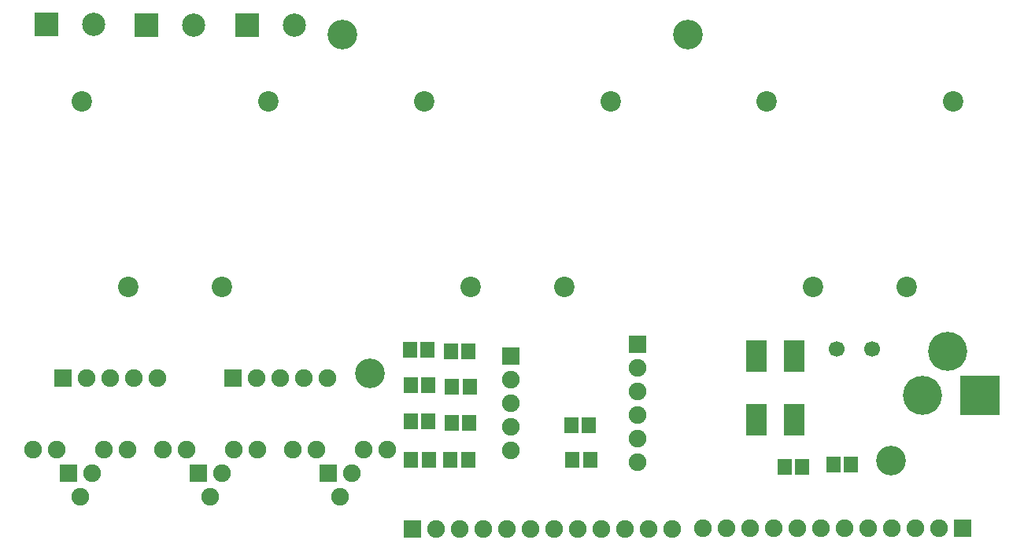
<source format=gts>
G04 DipTrace 2.4.0.2*
%INTopMask.gts*%
%MOIN*%
%ADD22C,0.0669*%
%ADD35C,0.126*%
%ADD45R,0.0866X0.1339*%
%ADD47R,0.1654X0.1654*%
%ADD49C,0.1654*%
%ADD57C,0.0748*%
%ADD60C,0.0748*%
%ADD62R,0.0748X0.0748*%
%ADD64R,0.0591X0.0669*%
%ADD66C,0.0984*%
%ADD68R,0.0984X0.0984*%
%ADD70C,0.0866*%
%FSLAX44Y44*%
G04*
G70*
G90*
G75*
G01*
%LNTopMask*%
%LPD*%
D35*
X32437Y25562D3*
D70*
X8749Y14875D3*
X12687D3*
X6781Y22737D3*
X14656D3*
X23249Y14875D3*
X27187D3*
X21281Y22737D3*
X29156D3*
X37749Y14875D3*
X41687D3*
X35781Y22737D3*
X43656D3*
D68*
X5259Y25988D3*
D66*
X7259D3*
D68*
X9516Y25967D3*
D66*
X11516D3*
D68*
X13774Y25968D3*
D66*
X15774D3*
D35*
X17812Y25562D3*
D62*
X5957Y11015D3*
D60*
X6957D3*
X7957D3*
X8957D3*
X9957D3*
D62*
X13157Y11006D3*
D60*
X14157D3*
X15157D3*
X16157D3*
X17157D3*
D62*
X6207Y6981D3*
D60*
X7207D3*
D62*
X11707D3*
D60*
X12707D3*
D62*
X17207D3*
D60*
X18207D3*
D57*
X4707Y7981D3*
X5707D3*
X6707Y5981D3*
X7707Y7981D3*
X8707D3*
X10207D3*
X11207D3*
X12207Y5981D3*
X13207Y7981D3*
X14207D3*
X15707D3*
X16707D3*
X17707Y5981D3*
X18707Y7981D3*
X19707D3*
D49*
X43423Y12132D3*
X42360Y10282D3*
D47*
X44801D3*
D64*
X36534Y7253D3*
X37282D3*
D62*
X30304Y12421D3*
D60*
Y11421D3*
Y10421D3*
Y9421D3*
Y8421D3*
Y7421D3*
D45*
X36918Y9252D3*
Y11929D3*
X35343Y9252D3*
Y11929D3*
D22*
X38720Y12237D3*
X40220D3*
D64*
X38585Y7329D3*
X39333D3*
D62*
X20756Y4601D3*
D60*
X21756D3*
X22756D3*
X23756D3*
X24756D3*
X25756D3*
X26756D3*
X27756D3*
X28756D3*
X29756D3*
X30756D3*
X31756D3*
D62*
X44063Y4636D3*
D60*
X43063D3*
X42063D3*
X41063D3*
X40063D3*
X39063D3*
X38063D3*
X37063D3*
X36063D3*
X35063D3*
X34063D3*
X33063D3*
D64*
X20659Y12207D3*
X21407D3*
X20699Y10708D3*
X21447D3*
X20685Y9160D3*
X21433D3*
X22400Y12142D3*
X23148D3*
X22440Y10643D3*
X23188D3*
X22426Y9095D3*
X23174D3*
X22377Y7535D3*
X23125D3*
X20708Y7530D3*
X21456D3*
D62*
X24949Y11940D3*
D60*
Y10940D3*
Y9940D3*
Y8940D3*
Y7940D3*
D64*
X27487Y9005D3*
X28235D3*
X27537Y7526D3*
X28285D3*
D35*
X18970Y11206D3*
X41040Y7502D3*
M02*

</source>
